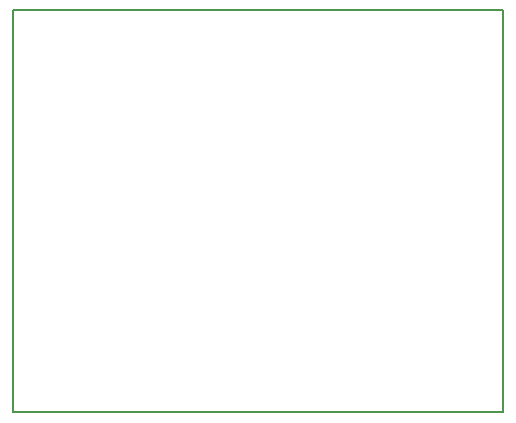
<source format=gbr>
G04 #@! TF.GenerationSoftware,KiCad,Pcbnew,(5.0.2)-1*
G04 #@! TF.CreationDate,2020-04-06T16:25:54+09:00*
G04 #@! TF.ProjectId,ZED-F9P_Converter,5a45442d-4639-4505-9f43-6f6e76657274,1.0*
G04 #@! TF.SameCoordinates,Original*
G04 #@! TF.FileFunction,Profile,NP*
%FSLAX46Y46*%
G04 Gerber Fmt 4.6, Leading zero omitted, Abs format (unit mm)*
G04 Created by KiCad (PCBNEW (5.0.2)-1) date 2020/04/06 16:25:54*
%MOMM*%
%LPD*%
G01*
G04 APERTURE LIST*
%ADD10C,0.150000*%
G04 APERTURE END LIST*
D10*
X122500000Y-97500000D02*
X164000000Y-97500000D01*
X122500000Y-131500000D02*
X122500000Y-97500000D01*
X164000000Y-131500000D02*
X122500000Y-131500000D01*
X164000000Y-97500000D02*
X164000000Y-131500000D01*
M02*

</source>
